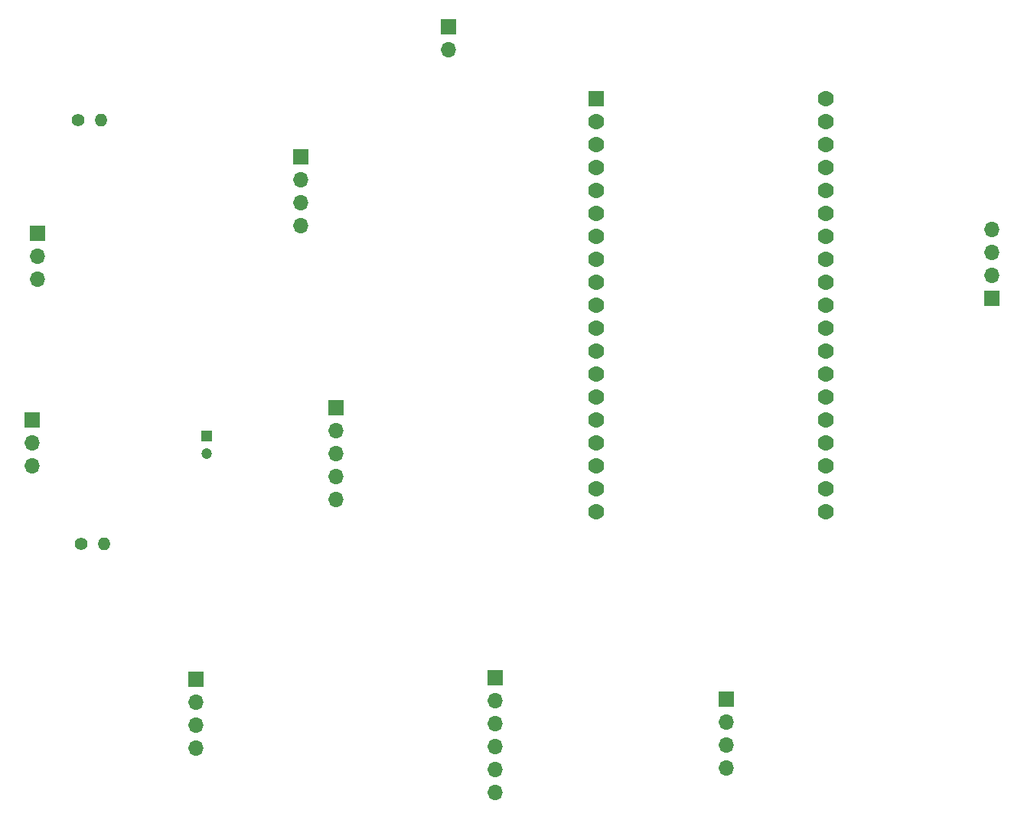
<source format=gbr>
%TF.GenerationSoftware,KiCad,Pcbnew,8.0.8*%
%TF.CreationDate,2025-04-28T03:19:26-05:00*%
%TF.ProjectId,TBA_PCB,5442415f-5043-4422-9e6b-696361645f70,rev?*%
%TF.SameCoordinates,Original*%
%TF.FileFunction,Soldermask,Bot*%
%TF.FilePolarity,Negative*%
%FSLAX46Y46*%
G04 Gerber Fmt 4.6, Leading zero omitted, Abs format (unit mm)*
G04 Created by KiCad (PCBNEW 8.0.8) date 2025-04-28 03:19:26*
%MOMM*%
%LPD*%
G01*
G04 APERTURE LIST*
G04 Aperture macros list*
%AMRoundRect*
0 Rectangle with rounded corners*
0 $1 Rounding radius*
0 $2 $3 $4 $5 $6 $7 $8 $9 X,Y pos of 4 corners*
0 Add a 4 corners polygon primitive as box body*
4,1,4,$2,$3,$4,$5,$6,$7,$8,$9,$2,$3,0*
0 Add four circle primitives for the rounded corners*
1,1,$1+$1,$2,$3*
1,1,$1+$1,$4,$5*
1,1,$1+$1,$6,$7*
1,1,$1+$1,$8,$9*
0 Add four rect primitives between the rounded corners*
20,1,$1+$1,$2,$3,$4,$5,0*
20,1,$1+$1,$4,$5,$6,$7,0*
20,1,$1+$1,$6,$7,$8,$9,0*
20,1,$1+$1,$8,$9,$2,$3,0*%
G04 Aperture macros list end*
%ADD10R,1.700000X1.700000*%
%ADD11O,1.700000X1.700000*%
%ADD12R,1.200000X1.200000*%
%ADD13C,1.200000*%
%ADD14C,1.400000*%
%ADD15O,1.400000X1.400000*%
%ADD16C,1.764000*%
%ADD17RoundRect,0.102000X-0.780000X-0.780000X0.780000X-0.780000X0.780000X0.780000X-0.780000X0.780000X0*%
G04 APERTURE END LIST*
D10*
%TO.C,J8*%
X113000000Y-134560000D03*
D11*
X113000000Y-137100000D03*
X113000000Y-139640000D03*
X113000000Y-142180000D03*
X113000000Y-144720000D03*
X113000000Y-147260000D03*
%TD*%
D10*
%TO.C,J2*%
X168000000Y-92500000D03*
D11*
X168000000Y-89960000D03*
X168000000Y-87420000D03*
X168000000Y-84880000D03*
%TD*%
D10*
%TO.C,J5*%
X107900000Y-62500000D03*
D11*
X107900000Y-65040000D03*
%TD*%
D12*
%TO.C,C1*%
X81100000Y-107727400D03*
D13*
X81100000Y-109727400D03*
%TD*%
D14*
%TO.C,R2*%
X66880000Y-72800000D03*
D15*
X69420000Y-72800000D03*
%TD*%
D10*
%TO.C,J4*%
X79900000Y-134700000D03*
D11*
X79900000Y-137240000D03*
X79900000Y-139780000D03*
X79900000Y-142320000D03*
%TD*%
D14*
%TO.C,R1*%
X67200000Y-119740000D03*
D15*
X69740000Y-119740000D03*
%TD*%
D10*
%TO.C,J1*%
X91500000Y-76860000D03*
D11*
X91500000Y-79400000D03*
X91500000Y-81940000D03*
X91500000Y-84480000D03*
%TD*%
D10*
%TO.C,J3*%
X95400000Y-104660000D03*
D11*
X95400000Y-107200000D03*
X95400000Y-109740000D03*
X95400000Y-112280000D03*
X95400000Y-114820000D03*
%TD*%
D10*
%TO.C,J6*%
X61800000Y-106020000D03*
D11*
X61800000Y-108560000D03*
X61800000Y-111100000D03*
%TD*%
D10*
%TO.C,J7*%
X62400000Y-85360000D03*
D11*
X62400000Y-87900000D03*
X62400000Y-90440000D03*
%TD*%
D10*
%TO.C,J9*%
X138600000Y-136900000D03*
D11*
X138600000Y-139440000D03*
X138600000Y-141980000D03*
X138600000Y-144520000D03*
%TD*%
D16*
%TO.C,U1*%
X149600000Y-116160000D03*
X149600000Y-113620000D03*
X149600000Y-111080000D03*
X149600000Y-108540000D03*
X149600000Y-106000000D03*
X149600000Y-103460000D03*
X149600000Y-100920000D03*
X149600000Y-98380000D03*
X149600000Y-95840000D03*
X149600000Y-93300000D03*
X149600000Y-90760000D03*
X149600000Y-88220000D03*
X149600000Y-85680000D03*
X149600000Y-83140000D03*
X149600000Y-80600000D03*
X149600000Y-78060000D03*
X149600000Y-75520000D03*
X149600000Y-72980000D03*
X149600000Y-70440000D03*
X124200000Y-116160000D03*
X124200000Y-113620000D03*
X124200000Y-111080000D03*
X124200000Y-108540000D03*
X124200000Y-106000000D03*
X124200000Y-103460000D03*
X124200000Y-100920000D03*
X124200000Y-98380000D03*
X124200000Y-95840000D03*
X124200000Y-93300000D03*
X124200000Y-90760000D03*
X124200000Y-88220000D03*
X124200000Y-85680000D03*
X124200000Y-83140000D03*
X124200000Y-80600000D03*
X124200000Y-78060000D03*
X124200000Y-75520000D03*
X124200000Y-72980000D03*
D17*
X124200000Y-70440000D03*
%TD*%
M02*

</source>
